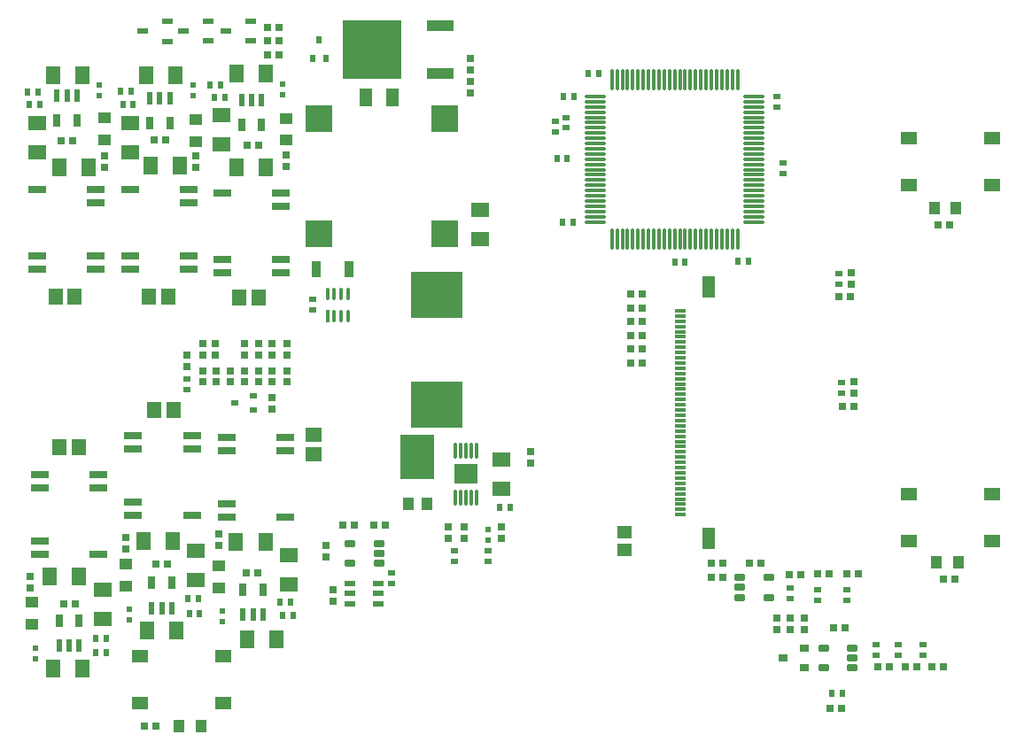
<source format=gtp>
G04*
G04 #@! TF.GenerationSoftware,Altium Limited,Altium Designer,22.1.2 (22)*
G04*
G04 Layer_Color=8421504*
%FSLAX44Y44*%
%MOMM*%
G71*
G04*
G04 #@! TF.SameCoordinates,580B55D7-DBA2-4C77-87B0-4A933D30A280*
G04*
G04*
G04 #@! TF.FilePolarity,Positive*
G04*
G01*
G75*
%ADD15R,0.7500X0.6500*%
%ADD16R,5.0000X4.5000*%
%ADD17R,0.5500X1.3000*%
%ADD18R,0.7000X1.3000*%
G04:AMPARAMS|DCode=19|XSize=0.6mm|YSize=1mm|CornerRadius=0.051mm|HoleSize=0mm|Usage=FLASHONLY|Rotation=90.000|XOffset=0mm|YOffset=0mm|HoleType=Round|Shape=RoundedRectangle|*
%AMROUNDEDRECTD19*
21,1,0.6000,0.8980,0,0,90.0*
21,1,0.4980,1.0000,0,0,90.0*
1,1,0.1020,0.4490,0.2490*
1,1,0.1020,0.4490,-0.2490*
1,1,0.1020,-0.4490,-0.2490*
1,1,0.1020,-0.4490,0.2490*
%
%ADD19ROUNDEDRECTD19*%
%ADD20R,0.6500X0.7500*%
%ADD21R,0.6400X0.5400*%
%ADD22R,1.0000X0.5000*%
%ADD23R,0.9000X0.8000*%
%ADD24R,2.1700X1.9400*%
%ADD25O,0.3000X1.6000*%
%ADD26R,1.3000X2.0000*%
%ADD27R,1.0000X0.3000*%
%ADD28R,0.3750X1.1565*%
G04:AMPARAMS|DCode=29|XSize=1.1565mm|YSize=0.375mm|CornerRadius=0.1875mm|HoleSize=0mm|Usage=FLASHONLY|Rotation=90.000|XOffset=0mm|YOffset=0mm|HoleType=Round|Shape=RoundedRectangle|*
%AMROUNDEDRECTD29*
21,1,1.1565,0.0000,0,0,90.0*
21,1,0.7815,0.3750,0,0,90.0*
1,1,0.3750,0.0000,0.3908*
1,1,0.3750,0.0000,-0.3908*
1,1,0.3750,0.0000,-0.3908*
1,1,0.3750,0.0000,0.3908*
%
%ADD29ROUNDEDRECTD29*%
%ADD30R,1.7000X0.8000*%
%ADD31R,1.0000X0.6000*%
%ADD32R,1.5562X1.4546*%
%ADD33R,1.3500X1.8000*%
%ADD34R,1.4546X1.5562*%
%ADD35R,0.8000X0.5000*%
%ADD36R,2.5000X2.5000*%
%ADD37R,0.5400X0.6400*%
%ADD38R,0.9000X1.6500*%
%ADD39R,2.6000X1.0600*%
%ADD40R,5.7000X5.6320*%
%ADD41R,0.5000X0.8000*%
%ADD42R,0.5500X0.5000*%
%ADD43R,1.2000X1.1000*%
%ADD44R,1.8000X1.3500*%
%ADD45R,0.6500X0.5500*%
%ADD46R,0.5500X0.6500*%
%ADD47R,1.4000X1.2000*%
%ADD48R,3.2000X4.3500*%
%ADD49R,1.1000X1.1500*%
%ADD50R,1.1000X1.2000*%
%ADD51R,1.1544X1.7062*%
%ADD52O,0.3000X2.1000*%
%ADD53O,2.1000X0.3000*%
%ADD54R,1.5500X1.3000*%
D15*
X755550Y123750D02*
D03*
Y112750D02*
D03*
X304880Y150770D02*
D03*
Y139770D02*
D03*
X298000Y193000D02*
D03*
Y182000D02*
D03*
X206689Y349275D02*
D03*
Y360274D02*
D03*
X193217Y349275D02*
D03*
Y360275D02*
D03*
X246704Y374920D02*
D03*
Y385920D02*
D03*
X233439Y375110D02*
D03*
Y386110D02*
D03*
X220271Y375110D02*
D03*
Y386110D02*
D03*
X180433Y374920D02*
D03*
Y385920D02*
D03*
X260846Y374920D02*
D03*
Y385920D02*
D03*
X192188Y374920D02*
D03*
Y385920D02*
D03*
X493322Y272000D02*
D03*
Y283000D02*
D03*
X246704Y334816D02*
D03*
Y323815D02*
D03*
X246704Y349275D02*
D03*
Y360275D02*
D03*
X233439Y349275D02*
D03*
Y360275D02*
D03*
X219859Y349275D02*
D03*
Y360275D02*
D03*
X180433Y349275D02*
D03*
Y360275D02*
D03*
X261117Y349275D02*
D03*
Y360275D02*
D03*
X436161Y647427D02*
D03*
Y658427D02*
D03*
Y625649D02*
D03*
Y636649D02*
D03*
X15000Y152500D02*
D03*
Y163500D02*
D03*
X86592Y565656D02*
D03*
Y554656D02*
D03*
X260215Y555427D02*
D03*
Y566427D02*
D03*
X174062Y554500D02*
D03*
Y565500D02*
D03*
X195938Y204000D02*
D03*
Y193000D02*
D03*
X106938Y200515D02*
D03*
Y189515D02*
D03*
X165546Y364000D02*
D03*
Y375000D02*
D03*
X430217Y199989D02*
D03*
Y210989D02*
D03*
X465615Y200000D02*
D03*
Y211000D02*
D03*
X414650Y200245D02*
D03*
Y211244D02*
D03*
X800433Y454102D02*
D03*
Y443102D02*
D03*
X742000Y112750D02*
D03*
Y123750D02*
D03*
X803014Y338528D02*
D03*
Y349528D02*
D03*
X728947Y112738D02*
D03*
Y123738D02*
D03*
D16*
X403617Y432920D02*
D03*
Y327920D02*
D03*
D17*
X60020Y623471D02*
D03*
X50520D02*
D03*
X41020D02*
D03*
X42929Y97500D02*
D03*
X52429D02*
D03*
X61929D02*
D03*
X131635Y133150D02*
D03*
X141135D02*
D03*
X150635D02*
D03*
X218907Y126850D02*
D03*
X228407D02*
D03*
X237907D02*
D03*
X148796Y620787D02*
D03*
X139296D02*
D03*
X129796D02*
D03*
X236714Y618927D02*
D03*
X227215D02*
D03*
X217715D02*
D03*
D18*
X41020Y599471D02*
D03*
X60020D02*
D03*
X61929Y121500D02*
D03*
X42929D02*
D03*
X150635Y157150D02*
D03*
X131635D02*
D03*
X237907Y150850D02*
D03*
X218907D02*
D03*
X129796Y596787D02*
D03*
X148796D02*
D03*
X217715Y594927D02*
D03*
X236714D02*
D03*
D19*
X693750Y162500D02*
D03*
Y153000D02*
D03*
Y143500D02*
D03*
X721250D02*
D03*
Y162500D02*
D03*
X348750Y175750D02*
D03*
Y185250D02*
D03*
Y194750D02*
D03*
X321250D02*
D03*
Y175750D02*
D03*
X801470Y76191D02*
D03*
Y85691D02*
D03*
Y95191D02*
D03*
X773970D02*
D03*
Y76191D02*
D03*
D20*
X677657Y175799D02*
D03*
X666657D02*
D03*
X677527Y162500D02*
D03*
X666527D02*
D03*
X702500Y175799D02*
D03*
X713500D02*
D03*
X355260Y212240D02*
D03*
X344260D02*
D03*
X325500Y212500D02*
D03*
X314500D02*
D03*
X253390Y688201D02*
D03*
X242390D02*
D03*
X851699Y76746D02*
D03*
X862699D02*
D03*
X888151D02*
D03*
X877152D02*
D03*
X740703Y165239D02*
D03*
X751703D02*
D03*
X779264Y165636D02*
D03*
X768264D02*
D03*
X806761D02*
D03*
X795761D02*
D03*
X253464Y675540D02*
D03*
X242464D02*
D03*
Y662500D02*
D03*
X253464D02*
D03*
X47848Y137030D02*
D03*
X58848D02*
D03*
X55592Y579849D02*
D03*
X44592D02*
D03*
X223175Y576050D02*
D03*
X234175D02*
D03*
X133796Y580427D02*
D03*
X144796D02*
D03*
X232689Y166750D02*
D03*
X221688D02*
D03*
X146636Y175515D02*
D03*
X135635D02*
D03*
X589000Y433612D02*
D03*
X600000D02*
D03*
X589000Y420199D02*
D03*
X600000D02*
D03*
X589000Y407212D02*
D03*
X600000D02*
D03*
X589000Y393612D02*
D03*
X600000D02*
D03*
Y380734D02*
D03*
X589000D02*
D03*
X589000Y367112D02*
D03*
X600000D02*
D03*
X898870Y160761D02*
D03*
X887870D02*
D03*
X799014Y430700D02*
D03*
X788014D02*
D03*
X794070Y114086D02*
D03*
X783070D02*
D03*
X883000Y499832D02*
D03*
X894000D02*
D03*
X780199Y37594D02*
D03*
X791199D02*
D03*
X124759Y20561D02*
D03*
X135759D02*
D03*
X837027Y76746D02*
D03*
X826027D02*
D03*
X792014Y326344D02*
D03*
X803014D02*
D03*
D21*
X360775Y166754D02*
D03*
Y156754D02*
D03*
X527996Y602406D02*
D03*
Y592406D02*
D03*
X285118Y418543D02*
D03*
Y428543D02*
D03*
X517200Y598467D02*
D03*
Y588467D02*
D03*
X729155Y612406D02*
D03*
Y622406D02*
D03*
X869177Y98480D02*
D03*
Y88480D02*
D03*
X823840Y98448D02*
D03*
Y88448D02*
D03*
X844924Y98480D02*
D03*
Y88480D02*
D03*
X741526Y142250D02*
D03*
Y152250D02*
D03*
X768264Y140749D02*
D03*
Y150749D02*
D03*
X795761Y140749D02*
D03*
Y150749D02*
D03*
X452889Y187992D02*
D03*
Y177992D02*
D03*
X420519Y187838D02*
D03*
Y177838D02*
D03*
X788014Y443200D02*
D03*
Y453200D02*
D03*
X735112Y558906D02*
D03*
Y548906D02*
D03*
X791014Y339028D02*
D03*
Y349028D02*
D03*
D22*
X347990Y137600D02*
D03*
Y147100D02*
D03*
Y156600D02*
D03*
X320990Y137600D02*
D03*
Y147100D02*
D03*
Y156600D02*
D03*
D23*
X755054Y76191D02*
D03*
Y95192D02*
D03*
X735054Y85691D02*
D03*
D24*
X432019Y261302D02*
D03*
D25*
X422019Y238802D02*
D03*
X427019D02*
D03*
X432019D02*
D03*
X437019D02*
D03*
X442019D02*
D03*
X422019Y283802D02*
D03*
X427019D02*
D03*
X432019D02*
D03*
X437019D02*
D03*
X442019D02*
D03*
D26*
X663500Y440500D02*
D03*
Y199500D02*
D03*
D27*
X636500Y222500D02*
D03*
Y227500D02*
D03*
Y232500D02*
D03*
Y237500D02*
D03*
Y242500D02*
D03*
Y247500D02*
D03*
Y252500D02*
D03*
Y257500D02*
D03*
Y262500D02*
D03*
Y267500D02*
D03*
Y272500D02*
D03*
Y277500D02*
D03*
Y282500D02*
D03*
Y287500D02*
D03*
Y292500D02*
D03*
Y297500D02*
D03*
Y302500D02*
D03*
Y307500D02*
D03*
Y312500D02*
D03*
Y317500D02*
D03*
Y327500D02*
D03*
Y332500D02*
D03*
Y337500D02*
D03*
Y342500D02*
D03*
Y347500D02*
D03*
Y352500D02*
D03*
Y357500D02*
D03*
Y362500D02*
D03*
Y367500D02*
D03*
Y372500D02*
D03*
Y377500D02*
D03*
Y382500D02*
D03*
Y387500D02*
D03*
Y392500D02*
D03*
Y397500D02*
D03*
Y402500D02*
D03*
Y407500D02*
D03*
Y412500D02*
D03*
Y417500D02*
D03*
Y322500D02*
D03*
D28*
X299556Y412760D02*
D03*
D29*
X306056D02*
D03*
X312556D02*
D03*
X319056D02*
D03*
Y433777D02*
D03*
X312556D02*
D03*
X306056D02*
D03*
X299556D02*
D03*
D30*
X258908Y219900D02*
D03*
X202908D02*
D03*
Y232600D02*
D03*
X258908Y283400D02*
D03*
Y296100D02*
D03*
X202908Y283400D02*
D03*
Y296100D02*
D03*
X111092Y533100D02*
D03*
X167093D02*
D03*
Y520400D02*
D03*
X111092Y469600D02*
D03*
Y456900D02*
D03*
X167093Y469600D02*
D03*
Y456900D02*
D03*
X199204Y530074D02*
D03*
X255204D02*
D03*
Y517374D02*
D03*
X199204Y466574D02*
D03*
Y453874D02*
D03*
X255204Y466574D02*
D03*
Y453874D02*
D03*
X24429Y261100D02*
D03*
Y248400D02*
D03*
X80429Y261100D02*
D03*
Y248400D02*
D03*
X24429Y197600D02*
D03*
Y184900D02*
D03*
X80429D02*
D03*
X78093Y456900D02*
D03*
Y469600D02*
D03*
X22092Y456900D02*
D03*
Y469600D02*
D03*
X78093Y520400D02*
D03*
Y533100D02*
D03*
X22092D02*
D03*
X113908Y298115D02*
D03*
Y285415D02*
D03*
X169907Y298115D02*
D03*
Y285415D02*
D03*
X113908Y234615D02*
D03*
Y221915D02*
D03*
X169907D02*
D03*
D31*
X122750Y684631D02*
D03*
X146750Y694131D02*
D03*
Y675131D02*
D03*
X202465Y685040D02*
D03*
X226465Y694540D02*
D03*
Y675540D02*
D03*
X161486Y685040D02*
D03*
X185486Y694540D02*
D03*
Y675540D02*
D03*
D32*
X286260Y298673D02*
D03*
Y280158D02*
D03*
D33*
X212189Y196739D02*
D03*
X240189D02*
D03*
X123812Y197600D02*
D03*
X151812D02*
D03*
X33848Y163500D02*
D03*
X61848D02*
D03*
X158796Y556120D02*
D03*
X130796D02*
D03*
X71569Y554828D02*
D03*
X43569D02*
D03*
X240673Y554449D02*
D03*
X212673D02*
D03*
X65209Y75000D02*
D03*
X37209D02*
D03*
X37312Y643000D02*
D03*
X65312D02*
D03*
X240465Y643927D02*
D03*
X212465D02*
D03*
X154312Y643000D02*
D03*
X126312D02*
D03*
X222929Y103015D02*
D03*
X250929D02*
D03*
X126688Y112015D02*
D03*
X154688D02*
D03*
D34*
X134128Y322800D02*
D03*
X152643D02*
D03*
X43171Y287400D02*
D03*
X61687D02*
D03*
X147069Y431291D02*
D03*
X128554D02*
D03*
X58010D02*
D03*
X39494D02*
D03*
X233946Y430000D02*
D03*
X215431D02*
D03*
D35*
X228689Y322816D02*
D03*
Y335816D02*
D03*
X210689Y329316D02*
D03*
D36*
X291618Y490906D02*
D03*
Y600906D02*
D03*
X411617Y490906D02*
D03*
Y600906D02*
D03*
D37*
X558645Y644606D02*
D03*
X548645D02*
D03*
X87927Y90978D02*
D03*
X77927D02*
D03*
X77878Y104000D02*
D03*
X87878D02*
D03*
X12583Y626340D02*
D03*
X22583D02*
D03*
X24883Y614785D02*
D03*
X14883D02*
D03*
X197188Y633073D02*
D03*
X187188D02*
D03*
X191214Y621340D02*
D03*
X201214D02*
D03*
X111583Y627287D02*
D03*
X101583D02*
D03*
X103883Y614785D02*
D03*
X113883D02*
D03*
X264107Y138850D02*
D03*
X254107D02*
D03*
X256407Y125978D02*
D03*
X266407D02*
D03*
X167407Y127993D02*
D03*
X177407D02*
D03*
X175812Y141950D02*
D03*
X165812D02*
D03*
X781320Y51592D02*
D03*
X791320D02*
D03*
X641420Y463754D02*
D03*
X631420D02*
D03*
X535296Y622406D02*
D03*
X525296D02*
D03*
X534032Y502406D02*
D03*
X524032D02*
D03*
X691920Y464455D02*
D03*
X701920D02*
D03*
X528739Y563466D02*
D03*
X518739D02*
D03*
D38*
X319743Y456900D02*
D03*
X289244D02*
D03*
D39*
X407354Y690340D02*
D03*
Y644640D02*
D03*
D40*
X341854Y667500D02*
D03*
D41*
X291618Y676500D02*
D03*
X298118Y658500D02*
D03*
X285118D02*
D03*
D42*
X20785Y84927D02*
D03*
Y95087D02*
D03*
X81736Y633073D02*
D03*
Y622913D02*
D03*
X256889Y623840D02*
D03*
Y634000D02*
D03*
X170736Y622913D02*
D03*
Y633073D02*
D03*
X199264Y130087D02*
D03*
Y119927D02*
D03*
X110264Y132102D02*
D03*
Y121942D02*
D03*
X452889Y198170D02*
D03*
Y208330D02*
D03*
D43*
X17459Y117500D02*
D03*
Y138500D02*
D03*
X86593Y601690D02*
D03*
Y580690D02*
D03*
X260215Y580427D02*
D03*
Y601427D02*
D03*
X174062Y579500D02*
D03*
Y600500D02*
D03*
X195938Y173500D02*
D03*
Y152500D02*
D03*
X106938Y175515D02*
D03*
Y154515D02*
D03*
D44*
X84513Y150804D02*
D03*
Y122804D02*
D03*
X22092Y569300D02*
D03*
Y597300D02*
D03*
X262188Y183729D02*
D03*
Y155729D02*
D03*
X173645Y188357D02*
D03*
Y160357D02*
D03*
X198209Y576721D02*
D03*
Y604721D02*
D03*
X111092Y569300D02*
D03*
Y597300D02*
D03*
X465615Y275000D02*
D03*
Y247000D02*
D03*
X445819Y513673D02*
D03*
Y485673D02*
D03*
D45*
X165546Y352105D02*
D03*
Y342105D02*
D03*
D46*
X474365Y229294D02*
D03*
X464365D02*
D03*
D47*
X583250Y189080D02*
D03*
Y206080D02*
D03*
D48*
X385643Y277433D02*
D03*
D49*
X394393Y232933D02*
D03*
X376893D02*
D03*
D50*
X178646Y20562D02*
D03*
X157645D02*
D03*
X900500Y516000D02*
D03*
X879500D02*
D03*
X902630Y177086D02*
D03*
X881630D02*
D03*
D51*
X361712Y621340D02*
D03*
X336194D02*
D03*
D52*
X691420Y638406D02*
D03*
X686420D02*
D03*
X681420D02*
D03*
X676420D02*
D03*
X671420D02*
D03*
X666420D02*
D03*
X661420D02*
D03*
X656420D02*
D03*
X651420D02*
D03*
X646420D02*
D03*
X641420D02*
D03*
X636420D02*
D03*
X631420D02*
D03*
X626420D02*
D03*
X621420D02*
D03*
X616420D02*
D03*
X611420D02*
D03*
X606420D02*
D03*
X601420D02*
D03*
X596420D02*
D03*
X591420D02*
D03*
X586420D02*
D03*
X581420D02*
D03*
X576420D02*
D03*
X571420D02*
D03*
Y486406D02*
D03*
X576420D02*
D03*
X581420D02*
D03*
X586420D02*
D03*
X591420D02*
D03*
X596420D02*
D03*
X601420D02*
D03*
X606420D02*
D03*
X611420D02*
D03*
X616420D02*
D03*
X621420D02*
D03*
X626420D02*
D03*
X631420D02*
D03*
X636420D02*
D03*
X641420D02*
D03*
X646420D02*
D03*
X651420D02*
D03*
X656420D02*
D03*
X661420D02*
D03*
X666420D02*
D03*
X671420D02*
D03*
X676420D02*
D03*
X681420D02*
D03*
X686420D02*
D03*
X691420D02*
D03*
D53*
X555420Y622406D02*
D03*
Y617406D02*
D03*
Y612406D02*
D03*
Y607406D02*
D03*
Y602406D02*
D03*
Y597406D02*
D03*
Y592406D02*
D03*
Y587406D02*
D03*
Y582406D02*
D03*
Y577406D02*
D03*
Y572406D02*
D03*
Y567406D02*
D03*
Y562406D02*
D03*
Y557406D02*
D03*
Y552406D02*
D03*
Y547406D02*
D03*
Y542406D02*
D03*
Y537406D02*
D03*
Y532406D02*
D03*
Y527406D02*
D03*
Y522406D02*
D03*
Y517406D02*
D03*
Y512406D02*
D03*
Y507406D02*
D03*
Y502406D02*
D03*
X707420D02*
D03*
Y507406D02*
D03*
Y512406D02*
D03*
Y517406D02*
D03*
Y522406D02*
D03*
Y527406D02*
D03*
Y532406D02*
D03*
Y537406D02*
D03*
Y542406D02*
D03*
Y547406D02*
D03*
Y552406D02*
D03*
Y557406D02*
D03*
Y562406D02*
D03*
Y567406D02*
D03*
Y572406D02*
D03*
Y577406D02*
D03*
Y582406D02*
D03*
Y587406D02*
D03*
Y592406D02*
D03*
Y597406D02*
D03*
Y602406D02*
D03*
Y607406D02*
D03*
Y612406D02*
D03*
Y617406D02*
D03*
Y622406D02*
D03*
D54*
X199750Y42500D02*
D03*
Y87500D02*
D03*
X120250Y42500D02*
D03*
Y87500D02*
D03*
X934750Y197500D02*
D03*
Y242500D02*
D03*
X855250Y197500D02*
D03*
Y242500D02*
D03*
X934750Y537500D02*
D03*
Y582500D02*
D03*
X855250Y537500D02*
D03*
Y582500D02*
D03*
M02*

</source>
